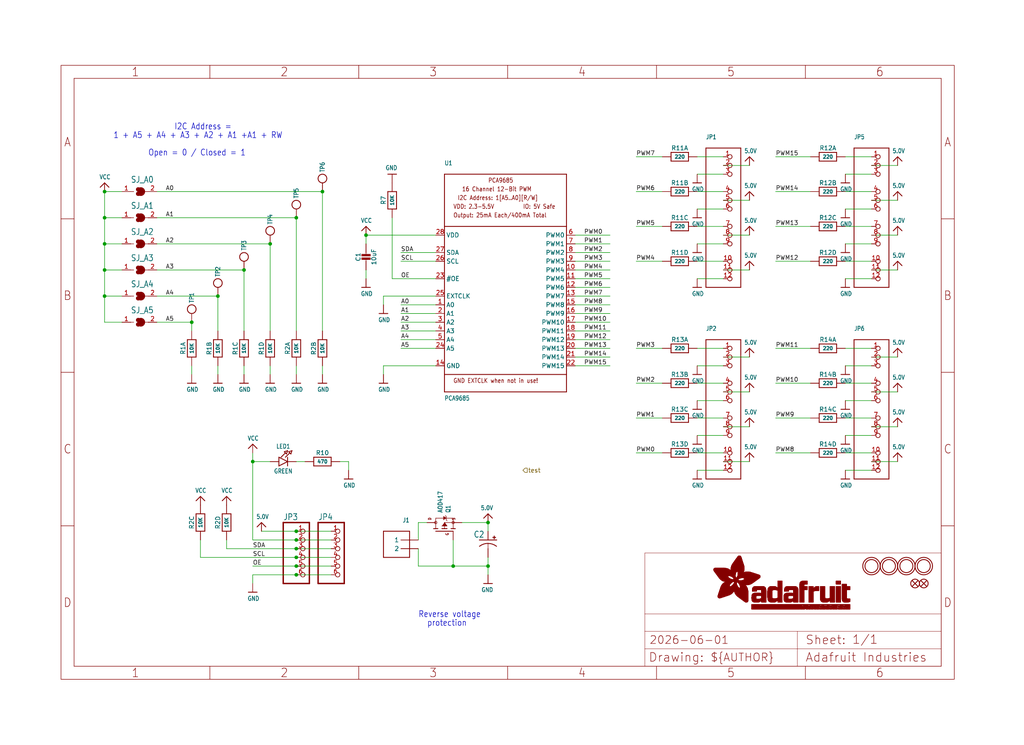
<source format=kicad_sch>
(kicad_sch (version 20230121) (generator eeschema)
  (paper "User" 298.45 217.322)
  (lib_symbols
    (symbol "Adafruit PCA9685 rev C-eagle-import:5.0V" (power)
      (property "Value" "5.0V" (at -1.524 1.016 0))
      (symbol "5.0V_1_0"
        (pin power_in line (at 0 -2.54 90) (length 2.54) (name "5.0V") (number "1"))
      )
    )
    (symbol "Adafruit PCA9685 rev C-eagle-import:CAP_CERAMIC0805-NOOUTLINE"
      (property "Reference" "C" (at -2.29 1.25 90))
      (symbol "CAP_CERAMIC0805-NOOUTLINE_1_0"
        (pin passive line (at 0 5.08 270) (length 2.54) (name "1") (number "1"))
        (pin passive line (at 0 -2.54 90) (length 2.54) (name "2") (number "2"))
      )
    )
    (symbol "Adafruit PCA9685 rev C-eagle-import:CPOL-USE3.5-8"
      (property "Reference" "C" (at 1.016 0.635 0))
      (symbol "CPOL-USE3.5-8_1_0"
        (pin passive line (at 0 2.54 270) (length 2.54) (name "+") (number "+"))
        (pin passive line (at 0 -5.08 90) (length 2.54) (name "-") (number "-"))
      )
    )
    (symbol "Adafruit PCA9685 rev C-eagle-import:FIDUCIAL{dblquote}{dblquote}")
    (symbol "Adafruit PCA9685 rev C-eagle-import:FRAME_A4_ADAFRUIT"
      (symbol "FRAME_A4_ADAFRUIT_1_0"
        (text "${#}/${##}" (at 230.505 10.16 0) (effects (font (size 2.54 2.54)) (justify left bottom)))
        (text "${AUTHOR}" (at 189.23 5.08 0) (effects (font (size 2.286 2.286)) (justify left bottom)))
        (text "${CURRENT_DATE}" (at 171.45 10.16 0) (effects (font (size 2.286 2.286)) (justify left bottom)))
        (text "${PROJECTNAME}" (at 171.45 15.24 0) (effects (font (size 2.54 2.54)) (justify left bottom)))
        (text "1" (at 21.6958 1.905 0) (effects (font (size 2.54 2.286))))
        (text "1" (at 21.6958 177.165 0) (effects (font (size 2.54 2.286))))
        (text "2" (at 65.0875 1.905 0) (effects (font (size 2.54 2.286))))
        (text "2" (at 65.0875 177.165 0) (effects (font (size 2.54 2.286))))
        (text "3" (at 108.4792 1.905 0) (effects (font (size 2.54 2.286))))
        (text "3" (at 108.4792 177.165 0) (effects (font (size 2.54 2.286))))
        (text "4" (at 151.8708 1.905 0) (effects (font (size 2.54 2.286))))
        (text "4" (at 151.8708 177.165 0) (effects (font (size 2.54 2.286))))
        (text "5" (at 195.2625 1.905 0) (effects (font (size 2.54 2.286))))
        (text "5" (at 195.2625 177.165 0) (effects (font (size 2.54 2.286))))
        (text "6" (at 238.6542 1.905 0) (effects (font (size 2.54 2.286))))
        (text "6" (at 238.6542 177.165 0) (effects (font (size 2.54 2.286))))
        (text "A" (at 1.905 156.6863 0) (effects (font (size 2.54 2.286))))
        (text "A" (at 258.445 156.6863 0) (effects (font (size 2.54 2.286))))
        (text "Adafruit Industries" (at 216.916 4.953 0) (effects (font (size 2.54 2.54)) (justify left bottom)))
        (text "B" (at 1.905 111.9188 0) (effects (font (size 2.54 2.286))))
        (text "B" (at 258.445 111.9188 0) (effects (font (size 2.54 2.286))))
        (text "C" (at 1.905 67.1513 0) (effects (font (size 2.54 2.286))))
        (text "C" (at 258.445 67.1513 0) (effects (font (size 2.54 2.286))))
        (text "D" (at 1.905 22.3838 0) (effects (font (size 2.54 2.286))))
        (text "D" (at 258.445 22.3838 0) (effects (font (size 2.54 2.286))))
        (text "Drawing:" (at 171.196 4.953 0) (effects (font (size 2.54 2.54)) (justify left bottom)))
        (text "Sheet:" (at 216.916 10.033 0) (effects (font (size 2.54 2.54)) (justify left bottom)))
      )
    )
    (symbol "Adafruit PCA9685 rev C-eagle-import:GND" (power)
      (property "Value" "GND" (at -1.524 -2.54 0))
      (symbol "GND_1_0"
        (pin power_in line (at 0 2.54 270) (length 2.54) (name "GND") (number "1"))
      )
    )
    (symbol "Adafruit PCA9685 rev C-eagle-import:HEADER-3X04"
      (property "Reference" "JP" (at -5.08 22.86 0))
      (symbol "HEADER-3X04_1_0"
        (pin passive inverted (at 0 17.78 0) (length 2.54) (name "1") (number "1"))
        (pin passive inverted (at 0 -12.7 0) (length 2.54) (name "10") (number "10"))
        (pin passive inverted (at 0 -15.24 0) (length 2.54) (name "11") (number "11"))
        (pin passive inverted (at 0 -17.78 0) (length 2.54) (name "12") (number "12"))
        (pin passive inverted (at 0 15.24 0) (length 2.54) (name "2") (number "2"))
        (pin passive inverted (at 0 12.7 0) (length 2.54) (name "3") (number "3"))
        (pin passive inverted (at 0 7.62 0) (length 2.54) (name "4") (number "4"))
        (pin passive inverted (at 0 5.08 0) (length 2.54) (name "5") (number "5"))
        (pin passive inverted (at 0 2.54 0) (length 2.54) (name "6") (number "6"))
        (pin passive inverted (at 0 -2.54 0) (length 2.54) (name "7") (number "7"))
        (pin passive inverted (at 0 -5.08 0) (length 2.54) (name "8") (number "8"))
        (pin passive inverted (at 0 -7.62 0) (length 2.54) (name "9") (number "9"))
      )
    )
    (symbol "Adafruit PCA9685 rev C-eagle-import:LED0805_NOOUTLINE"
      (property "Reference" "D" (at -1.27 4.445 0))
      (symbol "LED0805_NOOUTLINE_1_0"
        (pin passive line (at -5.08 0 0) (length 2.54) (name "A") (number "A"))
        (pin passive line (at 2.54 0 180) (length 2.54) (name "C") (number "C"))
      )
    )
    (symbol "Adafruit PCA9685 rev C-eagle-import:MOSFET-PTO252"
      (property "Reference" "Q" (at 2.794 0.381 0))
      (symbol "MOSFET-PTO252_1_0"
        (text "D" (at 0.635 -3.81 0) (effects (font (size 0.8128 0.6908)) (justify left bottom)))
        (text "G" (at -3.81 1.27 0) (effects (font (size 0.8128 0.6908)) (justify left bottom)))
        (text "S" (at 0.635 3.175 0) (effects (font (size 0.8128 0.6908)) (justify left bottom)))
        (pin passive line (at -5.08 2.54 0) (length 2.54) (name "G") (number "1"))
        (pin passive line (at 0 5.08 270) (length 2.54) (name "S") (number "2"))
        (pin passive line (at 0 -5.08 90) (length 2.54) (name "D") (number "3"))
      )
    )
    (symbol "Adafruit PCA9685 rev C-eagle-import:MOUNTINGHOLE2.5")
    (symbol "Adafruit PCA9685 rev C-eagle-import:PCA9685"
      (property "Reference" "U" (at -17.78 35.56 0))
      (symbol "PCA9685_1_0"
        (text "16 Channel 12-Bit PWM" (at -12.7 27.94 0) (effects (font (size 1.27 1.0795)) (justify left bottom)))
        (text "GND EXTCLK when not in use!" (at -15.24 -27.94 0) (effects (font (size 1.27 1.0795)) (justify left bottom)))
        (text "I2C Address: 1[A5..A0][R/W]" (at -13.97 25.4 0) (effects (font (size 1.27 1.0795)) (justify left bottom)))
        (text "IO: 5V Safe" (at 5.08 22.86 0) (effects (font (size 1.27 1.0795)) (justify left bottom)))
        (text "Output: 25mA Each/400mA Total" (at -15.24 20.32 0) (effects (font (size 1.27 1.0795)) (justify left bottom)))
        (text "PCA9685" (at -5.08 30.48 0) (effects (font (size 1.27 1.0795)) (justify left bottom)))
        (text "VDD: 2.3-5.5V" (at -15.24 22.86 0) (effects (font (size 1.27 1.0795)) (justify left bottom)))
        (pin bidirectional line (at -20.32 -5.08 0) (length 2.54) (name "A0") (number "1"))
        (pin output line (at 20.32 5.08 180) (length 2.54) (name "PWM4") (number "10"))
        (pin output line (at 20.32 2.54 180) (length 2.54) (name "PWM5") (number "11"))
        (pin output line (at 20.32 0 180) (length 2.54) (name "PWM6") (number "12"))
        (pin output line (at 20.32 -2.54 180) (length 2.54) (name "PWM7") (number "13"))
        (pin power_in line (at -20.32 -22.86 0) (length 2.54) (name "GND") (number "14"))
        (pin output line (at 20.32 -5.08 180) (length 2.54) (name "PWM8") (number "15"))
        (pin output line (at 20.32 -7.62 180) (length 2.54) (name "PWM9") (number "16"))
        (pin output line (at 20.32 -10.16 180) (length 2.54) (name "PWM10") (number "17"))
        (pin output line (at 20.32 -12.7 180) (length 2.54) (name "PWM11") (number "18"))
        (pin output line (at 20.32 -15.24 180) (length 2.54) (name "PWM12") (number "19"))
        (pin bidirectional line (at -20.32 -7.62 0) (length 2.54) (name "A1") (number "2"))
        (pin output line (at 20.32 -17.78 180) (length 2.54) (name "PWM13") (number "20"))
        (pin output line (at 20.32 -20.32 180) (length 2.54) (name "PWM14") (number "21"))
        (pin output line (at 20.32 -22.86 180) (length 2.54) (name "PWM15") (number "22"))
        (pin input line (at -20.32 2.54 0) (length 2.54) (name "#OE") (number "23"))
        (pin bidirectional line (at -20.32 -17.78 0) (length 2.54) (name "A5") (number "24"))
        (pin input line (at -20.32 -2.54 0) (length 2.54) (name "EXTCLK") (number "25"))
        (pin bidirectional line (at -20.32 7.62 0) (length 2.54) (name "SCL") (number "26"))
        (pin bidirectional line (at -20.32 10.16 0) (length 2.54) (name "SDA") (number "27"))
        (pin power_in line (at -20.32 15.24 0) (length 2.54) (name "VDD") (number "28"))
        (pin bidirectional line (at -20.32 -10.16 0) (length 2.54) (name "A2") (number "3"))
        (pin bidirectional line (at -20.32 -12.7 0) (length 2.54) (name "A3") (number "4"))
        (pin bidirectional line (at -20.32 -15.24 0) (length 2.54) (name "A4") (number "5"))
        (pin output line (at 20.32 15.24 180) (length 2.54) (name "PWM0") (number "6"))
        (pin output line (at 20.32 12.7 180) (length 2.54) (name "PWM1") (number "7"))
        (pin output line (at 20.32 10.16 180) (length 2.54) (name "PWM2") (number "8"))
        (pin output line (at 20.32 7.62 180) (length 2.54) (name "PWM3") (number "9"))
      )
    )
    (symbol "Adafruit PCA9685 rev C-eagle-import:PINHD-1X6CB"
      (property "Reference" "JP" (at -6.35 10.795 0))
      (symbol "PINHD-1X6CB_1_0"
        (pin passive inverted (at -2.54 7.62 0) (length 2.54) (name "1") (number "1"))
        (pin passive inverted (at -2.54 5.08 0) (length 2.54) (name "2") (number "2"))
        (pin passive inverted (at -2.54 2.54 0) (length 2.54) (name "3") (number "3"))
        (pin passive inverted (at -2.54 0 0) (length 2.54) (name "4") (number "4"))
        (pin passive inverted (at -2.54 -2.54 0) (length 2.54) (name "5") (number "5"))
        (pin passive inverted (at -2.54 -5.08 0) (length 2.54) (name "6") (number "6"))
      )
    )
    (symbol "Adafruit PCA9685 rev C-eagle-import:RESISTOR0805_NOOUTLINE"
      (property "Reference" "R" (at 0 2.54 0))
      (symbol "RESISTOR0805_NOOUTLINE_1_0"
        (pin passive line (at -5.08 0 0) (length 2.54) (name "1") (number "1"))
        (pin passive line (at 5.08 0 180) (length 2.54) (name "2") (number "2"))
      )
    )
    (symbol "Adafruit PCA9685 rev C-eagle-import:RESISTOR_0805MP"
      (property "Reference" "R" (at 0 2.54 0))
      (symbol "RESISTOR_0805MP_1_0"
        (pin passive line (at -5.08 0 0) (length 2.54) (name "1") (number "1"))
        (pin passive line (at 5.08 0 180) (length 2.54) (name "2") (number "2"))
      )
    )
    (symbol "Adafruit PCA9685 rev C-eagle-import:RESISTOR_4PACK"
      (property "Reference" "R" (at 0 2.54 0))
      (symbol "RESISTOR_4PACK_1_0"
        (pin passive line (at -5.08 0 0) (length 2.54) (name "1") (number "1"))
        (pin passive line (at 5.08 0 180) (length 2.54) (name "2") (number "8"))
      )
      (symbol "RESISTOR_4PACK_2_0"
        (pin passive line (at -5.08 0 0) (length 2.54) (name "1") (number "2"))
        (pin passive line (at 5.08 0 180) (length 2.54) (name "2") (number "7"))
      )
      (symbol "RESISTOR_4PACK_3_0"
        (pin passive line (at -5.08 0 0) (length 2.54) (name "1") (number "3"))
        (pin passive line (at 5.08 0 180) (length 2.54) (name "2") (number "6"))
      )
      (symbol "RESISTOR_4PACK_4_0"
        (pin passive line (at -5.08 0 0) (length 2.54) (name "1") (number "4"))
        (pin passive line (at 5.08 0 180) (length 2.54) (name "2") (number "5"))
      )
    )
    (symbol "Adafruit PCA9685 rev C-eagle-import:SOLDERJUMPERREFLOW_NOPASTE"
      (property "Reference" "SJ" (at -2.54 2.54 0))
      (symbol "SOLDERJUMPERREFLOW_NOPASTE_1_0"
        (pin passive line (at -5.08 0 0) (length 2.54) (name "1") (number "1"))
        (pin passive line (at 5.08 0 180) (length 2.54) (name "2") (number "2"))
      )
    )
    (symbol "Adafruit PCA9685 rev C-eagle-import:TERMBLOCK_1X2"
      (property "Reference" "X" (at -2.54 7.62 0))
      (symbol "TERMBLOCK_1X2_1_0"
        (pin passive line (at -5.08 2.54 0) (length 5.08) (name "1") (number "1"))
        (pin passive line (at -5.08 0 0) (length 5.08) (name "2") (number "2"))
      )
    )
    (symbol "Adafruit PCA9685 rev C-eagle-import:TESTPOINTROUND1MM"
      (property "Reference" "TP" (at 0 5.588 90))
      (symbol "TESTPOINTROUND1MM_1_0"
        (pin bidirectional line (at 0 0 90) (length 2.54) (name "P$1") (number "P$1"))
      )
    )
    (symbol "Adafruit PCA9685 rev C-eagle-import:VCC" (power)
      (property "Value" "VCC" (at -1.524 1.016 0))
      (symbol "VCC_1_0"
        (pin power_in line (at 0 -2.54 90) (length 2.54) (name "VCC") (number "1"))
      )
    )
  )
  (junction (at 86.36 162.56))
  (junction (at 142.24 165.1))
  (junction (at 132.08 165.1))
  (junction (at 71.12 78.74))
  (junction (at 86.36 167.64))
  (junction (at 86.36 157.48))
  (junction (at 78.74 71.12))
  (junction (at 63.5 86.36))
  (junction (at 55.88 93.98))
  (junction (at 30.48 78.74))
  (junction (at 106.68 68.58))
  (junction (at 86.36 165.1))
  (junction (at 30.48 86.36))
  (junction (at 30.48 63.5))
  (junction (at 86.36 63.5))
  (junction (at 142.24 152.4))
  (junction (at 86.36 154.94))
  (junction (at 30.48 71.12))
  (junction (at 73.66 134.62))
  (junction (at 30.48 55.88))
  (junction (at 86.36 160.02))
  (junction (at 93.98 55.88))
  (wire (pts (xy 210.82 48.26) (xy 218.44 48.26)) (stroke (width 0.1524)))
  (wire (pts (xy 254 137.16) (xy 246.38 137.16)) (stroke (width 0.1524)))
  (wire (pts (xy 71.12 78.74) (xy 71.12 96.52)) (stroke (width 0.1524)))
  (wire (pts (xy 127 101.6) (xy 116.84 101.6)) (stroke (width 0.1524)))
  (wire (pts (xy 127 99.06) (xy 116.84 99.06)) (stroke (width 0.1524)))
  (wire (pts (xy 86.36 134.62) (xy 88.9 134.62)) (stroke (width 0.1524)))
  (wire (pts (xy 193.04 121.92) (xy 185.42 121.92)) (stroke (width 0.1524)))
  (wire (pts (xy 203.2 66.04) (xy 210.82 66.04)) (stroke (width 0.1524)))
  (wire (pts (xy 167.64 78.74) (xy 177.8 78.74)) (stroke (width 0.1524)))
  (wire (pts (xy 121.92 165.1) (xy 121.92 160.02)) (stroke (width 0.1524)))
  (wire (pts (xy 167.64 81.28) (xy 177.8 81.28)) (stroke (width 0.1524)))
  (wire (pts (xy 78.74 106.68) (xy 78.74 109.22)) (stroke (width 0.1524)))
  (wire (pts (xy 210.82 116.84) (xy 203.2 116.84)) (stroke (width 0.1524)))
  (wire (pts (xy 193.04 76.2) (xy 185.42 76.2)) (stroke (width 0.1524)))
  (wire (pts (xy 167.64 76.2) (xy 177.8 76.2)) (stroke (width 0.1524)))
  (wire (pts (xy 30.48 86.36) (xy 30.48 78.74)) (stroke (width 0.1524)))
  (wire (pts (xy 254 106.68) (xy 246.38 106.68)) (stroke (width 0.1524)))
  (wire (pts (xy 167.64 93.98) (xy 177.8 93.98)) (stroke (width 0.1524)))
  (wire (pts (xy 35.56 78.74) (xy 30.48 78.74)) (stroke (width 0.1524)))
  (wire (pts (xy 142.24 165.1) (xy 142.24 167.64)) (stroke (width 0.1524)))
  (wire (pts (xy 106.68 68.58) (xy 127 68.58)) (stroke (width 0.1524)))
  (wire (pts (xy 236.22 121.92) (xy 226.06 121.92)) (stroke (width 0.1524)))
  (wire (pts (xy 55.88 93.98) (xy 55.88 96.52)) (stroke (width 0.1524)))
  (wire (pts (xy 73.66 157.48) (xy 73.66 134.62)) (stroke (width 0.1524)))
  (wire (pts (xy 254 68.58) (xy 261.62 68.58)) (stroke (width 0.1524)))
  (wire (pts (xy 193.04 45.72) (xy 185.42 45.72)) (stroke (width 0.1524)))
  (wire (pts (xy 96.52 160.02) (xy 86.36 160.02)) (stroke (width 0.1524)))
  (wire (pts (xy 132.08 157.48) (xy 132.08 165.1)) (stroke (width 0.1524)))
  (wire (pts (xy 127 73.66) (xy 116.84 73.66)) (stroke (width 0.1524)))
  (wire (pts (xy 134.62 152.4) (xy 142.24 152.4)) (stroke (width 0.1524)))
  (wire (pts (xy 55.88 106.68) (xy 55.88 109.22)) (stroke (width 0.1524)))
  (wire (pts (xy 142.24 152.4) (xy 142.24 154.94)) (stroke (width 0.1524)))
  (wire (pts (xy 167.64 101.6) (xy 177.8 101.6)) (stroke (width 0.1524)))
  (wire (pts (xy 254 78.74) (xy 261.62 78.74)) (stroke (width 0.1524)))
  (wire (pts (xy 246.38 111.76) (xy 254 111.76)) (stroke (width 0.1524)))
  (wire (pts (xy 210.82 104.14) (xy 218.44 104.14)) (stroke (width 0.1524)))
  (wire (pts (xy 246.38 66.04) (xy 254 66.04)) (stroke (width 0.1524)))
  (wire (pts (xy 167.64 68.58) (xy 177.8 68.58)) (stroke (width 0.1524)))
  (wire (pts (xy 127 96.52) (xy 116.84 96.52)) (stroke (width 0.1524)))
  (wire (pts (xy 96.52 167.64) (xy 86.36 167.64)) (stroke (width 0.1524)))
  (wire (pts (xy 96.52 157.48) (xy 86.36 157.48)) (stroke (width 0.1524)))
  (wire (pts (xy 142.24 165.1) (xy 132.08 165.1)) (stroke (width 0.1524)))
  (wire (pts (xy 246.38 45.72) (xy 254 45.72)) (stroke (width 0.1524)))
  (wire (pts (xy 167.64 86.36) (xy 177.8 86.36)) (stroke (width 0.1524)))
  (wire (pts (xy 210.82 50.8) (xy 203.2 50.8)) (stroke (width 0.1524)))
  (wire (pts (xy 254 58.42) (xy 261.62 58.42)) (stroke (width 0.1524)))
  (wire (pts (xy 203.2 121.92) (xy 210.82 121.92)) (stroke (width 0.1524)))
  (wire (pts (xy 114.3 81.28) (xy 114.3 63.5)) (stroke (width 0.1524)))
  (wire (pts (xy 93.98 55.88) (xy 93.98 96.52)) (stroke (width 0.1524)))
  (wire (pts (xy 111.76 106.68) (xy 111.76 109.22)) (stroke (width 0.1524)))
  (wire (pts (xy 236.22 45.72) (xy 226.06 45.72)) (stroke (width 0.1524)))
  (wire (pts (xy 185.42 55.88) (xy 193.04 55.88)) (stroke (width 0.1524)))
  (wire (pts (xy 210.82 58.42) (xy 218.44 58.42)) (stroke (width 0.1524)))
  (wire (pts (xy 96.52 162.56) (xy 86.36 162.56)) (stroke (width 0.1524)))
  (wire (pts (xy 86.36 63.5) (xy 86.36 96.52)) (stroke (width 0.1524)))
  (wire (pts (xy 210.82 106.68) (xy 203.2 106.68)) (stroke (width 0.1524)))
  (wire (pts (xy 30.48 93.98) (xy 30.48 86.36)) (stroke (width 0.1524)))
  (wire (pts (xy 254 114.3) (xy 261.62 114.3)) (stroke (width 0.1524)))
  (wire (pts (xy 45.72 78.74) (xy 71.12 78.74)) (stroke (width 0.1524)))
  (wire (pts (xy 106.68 78.74) (xy 106.68 81.28)) (stroke (width 0.1524)))
  (wire (pts (xy 210.82 124.46) (xy 218.44 124.46)) (stroke (width 0.1524)))
  (wire (pts (xy 167.64 96.52) (xy 177.8 96.52)) (stroke (width 0.1524)))
  (wire (pts (xy 66.04 160.02) (xy 66.04 157.48)) (stroke (width 0.1524)))
  (wire (pts (xy 127 93.98) (xy 116.84 93.98)) (stroke (width 0.1524)))
  (wire (pts (xy 86.36 154.94) (xy 96.52 154.94)) (stroke (width 0.1524)))
  (wire (pts (xy 193.04 66.04) (xy 185.42 66.04)) (stroke (width 0.1524)))
  (wire (pts (xy 203.2 76.2) (xy 210.82 76.2)) (stroke (width 0.1524)))
  (wire (pts (xy 203.2 55.88) (xy 210.82 55.88)) (stroke (width 0.1524)))
  (wire (pts (xy 35.56 63.5) (xy 30.48 63.5)) (stroke (width 0.1524)))
  (wire (pts (xy 76.2 154.94) (xy 86.36 154.94)) (stroke (width 0.1524)))
  (wire (pts (xy 35.56 55.88) (xy 30.48 55.88)) (stroke (width 0.1524)))
  (wire (pts (xy 73.66 167.64) (xy 73.66 170.18)) (stroke (width 0.1524)))
  (wire (pts (xy 210.82 81.28) (xy 203.2 81.28)) (stroke (width 0.1524)))
  (wire (pts (xy 86.36 162.56) (xy 58.42 162.56)) (stroke (width 0.1524)))
  (wire (pts (xy 30.48 78.74) (xy 30.48 71.12)) (stroke (width 0.1524)))
  (wire (pts (xy 210.82 114.3) (xy 218.44 114.3)) (stroke (width 0.1524)))
  (wire (pts (xy 246.38 55.88) (xy 254 55.88)) (stroke (width 0.1524)))
  (wire (pts (xy 73.66 134.62) (xy 73.66 132.08)) (stroke (width 0.1524)))
  (wire (pts (xy 246.38 132.08) (xy 254 132.08)) (stroke (width 0.1524)))
  (wire (pts (xy 254 127) (xy 246.38 127)) (stroke (width 0.1524)))
  (wire (pts (xy 203.2 45.72) (xy 210.82 45.72)) (stroke (width 0.1524)))
  (wire (pts (xy 30.48 71.12) (xy 30.48 63.5)) (stroke (width 0.1524)))
  (wire (pts (xy 210.82 137.16) (xy 203.2 137.16)) (stroke (width 0.1524)))
  (wire (pts (xy 210.82 68.58) (xy 218.44 68.58)) (stroke (width 0.1524)))
  (wire (pts (xy 210.82 78.74) (xy 218.44 78.74)) (stroke (width 0.1524)))
  (wire (pts (xy 121.92 152.4) (xy 121.92 157.48)) (stroke (width 0.1524)))
  (wire (pts (xy 78.74 71.12) (xy 78.74 96.52)) (stroke (width 0.1524)))
  (wire (pts (xy 254 50.8) (xy 246.38 50.8)) (stroke (width 0.1524)))
  (wire (pts (xy 236.22 55.88) (xy 226.06 55.88)) (stroke (width 0.1524)))
  (wire (pts (xy 254 134.62) (xy 261.62 134.62)) (stroke (width 0.1524)))
  (wire (pts (xy 45.72 71.12) (xy 78.74 71.12)) (stroke (width 0.1524)))
  (wire (pts (xy 167.64 71.12) (xy 177.8 71.12)) (stroke (width 0.1524)))
  (wire (pts (xy 193.04 111.76) (xy 185.42 111.76)) (stroke (width 0.1524)))
  (wire (pts (xy 167.64 106.68) (xy 177.8 106.68)) (stroke (width 0.1524)))
  (wire (pts (xy 127 81.28) (xy 114.3 81.28)) (stroke (width 0.1524)))
  (wire (pts (xy 254 124.46) (xy 261.62 124.46)) (stroke (width 0.1524)))
  (wire (pts (xy 203.2 101.6) (xy 210.82 101.6)) (stroke (width 0.1524)))
  (wire (pts (xy 167.64 83.82) (xy 177.8 83.82)) (stroke (width 0.1524)))
  (wire (pts (xy 45.72 55.88) (xy 93.98 55.88)) (stroke (width 0.1524)))
  (wire (pts (xy 246.38 101.6) (xy 254 101.6)) (stroke (width 0.1524)))
  (wire (pts (xy 127 91.44) (xy 116.84 91.44)) (stroke (width 0.1524)))
  (wire (pts (xy 203.2 132.08) (xy 210.82 132.08)) (stroke (width 0.1524)))
  (wire (pts (xy 86.36 165.1) (xy 73.66 165.1)) (stroke (width 0.1524)))
  (wire (pts (xy 210.82 60.96) (xy 203.2 60.96)) (stroke (width 0.1524)))
  (wire (pts (xy 127 106.68) (xy 111.76 106.68)) (stroke (width 0.1524)))
  (wire (pts (xy 236.22 132.08) (xy 226.06 132.08)) (stroke (width 0.1524)))
  (wire (pts (xy 111.76 86.36) (xy 111.76 88.9)) (stroke (width 0.1524)))
  (wire (pts (xy 203.2 111.76) (xy 210.82 111.76)) (stroke (width 0.1524)))
  (wire (pts (xy 193.04 132.08) (xy 185.42 132.08)) (stroke (width 0.1524)))
  (wire (pts (xy 71.12 106.68) (xy 71.12 109.22)) (stroke (width 0.1524)))
  (wire (pts (xy 254 81.28) (xy 246.38 81.28)) (stroke (width 0.1524)))
  (wire (pts (xy 254 60.96) (xy 246.38 60.96)) (stroke (width 0.1524)))
  (wire (pts (xy 96.52 165.1) (xy 86.36 165.1)) (stroke (width 0.1524)))
  (wire (pts (xy 73.66 134.62) (xy 78.74 134.62)) (stroke (width 0.1524)))
  (wire (pts (xy 45.72 63.5) (xy 86.36 63.5)) (stroke (width 0.1524)))
  (wire (pts (xy 193.04 101.6) (xy 185.42 101.6)) (stroke (width 0.1524)))
  (wire (pts (xy 127 88.9) (xy 116.84 88.9)) (stroke (width 0.1524)))
  (wire (pts (xy 167.64 88.9) (xy 177.8 88.9)) (stroke (width 0.1524)))
  (wire (pts (xy 99.06 134.62) (xy 101.6 134.62)) (stroke (width 0.1524)))
  (wire (pts (xy 86.36 167.64) (xy 73.66 167.64)) (stroke (width 0.1524)))
  (wire (pts (xy 132.08 165.1) (xy 121.92 165.1)) (stroke (width 0.1524)))
  (wire (pts (xy 210.82 127) (xy 203.2 127)) (stroke (width 0.1524)))
  (wire (pts (xy 127 86.36) (xy 111.76 86.36)) (stroke (width 0.1524)))
  (wire (pts (xy 254 116.84) (xy 246.38 116.84)) (stroke (width 0.1524)))
  (wire (pts (xy 167.64 104.14) (xy 177.8 104.14)) (stroke (width 0.1524)))
  (wire (pts (xy 236.22 76.2) (xy 226.06 76.2)) (stroke (width 0.1524)))
  (wire (pts (xy 167.64 73.66) (xy 177.8 73.66)) (stroke (width 0.1524)))
  (wire (pts (xy 30.48 63.5) (xy 30.48 55.88)) (stroke (width 0.1524)))
  (wire (pts (xy 35.56 93.98) (xy 30.48 93.98)) (stroke (width 0.1524)))
  (wire (pts (xy 63.5 106.68) (xy 63.5 109.22)) (stroke (width 0.1524)))
  (wire (pts (xy 142.24 162.56) (xy 142.24 165.1)) (stroke (width 0.1524)))
  (wire (pts (xy 86.36 106.68) (xy 86.36 109.22)) (stroke (width 0.1524)))
  (wire (pts (xy 236.22 101.6) (xy 226.06 101.6)) (stroke (width 0.1524)))
  (wire (pts (xy 127 76.2) (xy 116.84 76.2)) (stroke (width 0.1524)))
  (wire (pts (xy 86.36 157.48) (xy 73.66 157.48)) (stroke (width 0.1524)))
  (wire (pts (xy 254 48.26) (xy 261.62 48.26)) (stroke (width 0.1524)))
  (wire (pts (xy 246.38 121.92) (xy 254 121.92)) (stroke (width 0.1524)))
  (wire (pts (xy 101.6 134.62) (xy 101.6 137.16)) (stroke (width 0.1524)))
  (wire (pts (xy 86.36 160.02) (xy 66.04 160.02)) (stroke (width 0.1524)))
  (wire (pts (xy 254 71.12) (xy 246.38 71.12)) (stroke (width 0.1524)))
  (wire (pts (xy 106.68 68.58) (xy 106.68 71.12)) (stroke (width 0.1524)))
  (wire (pts (xy 236.22 111.76) (xy 226.06 111.76)) (stroke (width 0.1524)))
  (wire (pts (xy 167.64 99.06) (xy 177.8 99.06)) (stroke (width 0.1524)))
  (wire (pts (xy 93.98 106.68) (xy 93.98 109.22)) (stroke (width 0.1524)))
  (wire (pts (xy 236.22 66.04) (xy 226.06 66.04)) (stroke (width 0.1524)))
  (wire (pts (xy 63.5 86.36) (xy 63.5 96.52)) (stroke (width 0.1524)))
  (wire (pts (xy 124.46 152.4) (xy 121.92 152.4)) (stroke (width 0.1524)))
  (wire (pts (xy 167.64 91.44) (xy 177.8 91.44)) (stroke (width 0.1524)))
  (wire (pts (xy 45.72 93.98) (xy 55.88 93.98)) (stroke (width 0.1524)))
  (wire (pts (xy 210.82 134.62) (xy 218.44 134.62)) (stroke (width 0.1524)))
  (wire (pts (xy 35.56 71.12) (xy 30.48 71.12)) (stroke (width 0.1524)))
  (wire (pts (xy 58.42 162.56) (xy 58.42 157.48)) (stroke (width 0.1524)))
  (wire (pts (xy 35.56 86.36) (xy 30.48 86.36)) (stroke (width 0.1524)))
  (wire (pts (xy 210.82 71.12) (xy 203.2 71.12)) (stroke (width 0.1524)))
  (wire (pts (xy 254 104.14) (xy 261.62 104.14)) (stroke (width 0.1524)))
  (wire (pts (xy 246.38 76.2) (xy 254 76.2)) (stroke (width 0.1524)))
  (wire (pts (xy 45.72 86.36) (xy 63.5 86.36)) (stroke (width 0.1524)))
  (text "I2C Address =" (at 50.8 38.1 0) (effects (font (size 1.778 1.5113)) (justify left bottom)))
  (text "Reverse voltage" (at 121.92 180.34 0) (effects (font (size 1.778 1.5113)) (justify left bottom)))
  (text "Open = 0 / Closed = 1" (at 43.18 45.72 0) (effects (font (size 1.778 1.5113)) (justify left bottom)))
  (text "1 + A5 + A4 + A3 + A2 + A1 +A1 + RW" (at 33.02 40.64 0) (effects (font (size 1.778 1.5113)) (justify left bottom)))
  (text "protection" (at 124.46 182.88 0) (effects (font (size 1.778 1.5113)) (justify left bottom)))
  (label "PWM7" (at 170.18 86.36 0) (effects (font (size 1.2446 1.2446))))
  (label "PWM8" (at 226.06 132.08 0) (effects (font (size 1.2446 1.2446))))
  (label "PWM6" (at 170.18 83.82 0) (effects (font (size 1.2446 1.2446))))
  (label "A4" (at 116.84 99.06 0) (effects (font (size 1.2446 1.2446))))
  (label "A1" (at 116.84 91.44 0) (effects (font (size 1.2446 1.2446))))
  (label "PWM7" (at 185.42 45.72 0) (effects (font (size 1.2446 1.2446))))
  (label "A0" (at 48.26 55.88 0) (effects (font (size 1.2446 1.2446))))
  (label "PWM6" (at 185.42 55.88 0) (effects (font (size 1.2446 1.2446))))
  (label "SCL" (at 116.84 76.2 0) (effects (font (size 1.2446 1.2446))))
  (label "PWM9" (at 170.18 91.44 0) (effects (font (size 1.2446 1.2446))))
  (label "SDA" (at 116.84 73.66 0) (effects (font (size 1.2446 1.2446))))
  (label "SCL" (at 73.66 162.56 0) (effects (font (size 1.2446 1.2446))))
  (label "PWM10" (at 170.18 93.98 0) (effects (font (size 1.2446 1.2446))))
  (label "A3" (at 116.84 96.52 0) (effects (font (size 1.2446 1.2446))))
  (label "PWM5" (at 170.18 81.28 0) (effects (font (size 1.2446 1.2446))))
  (label "PWM5" (at 185.42 66.04 0) (effects (font (size 1.2446 1.2446))))
  (label "A4" (at 48.26 86.36 0) (effects (font (size 1.2446 1.2446))))
  (label "PWM3" (at 185.42 101.6 0) (effects (font (size 1.2446 1.2446))))
  (label "PWM2" (at 185.42 111.76 0) (effects (font (size 1.2446 1.2446))))
  (label "A5" (at 48.26 93.98 0) (effects (font (size 1.2446 1.2446))))
  (label "A1" (at 48.26 63.5 0) (effects (font (size 1.2446 1.2446))))
  (label "PWM15" (at 170.18 106.68 0) (effects (font (size 1.2446 1.2446))))
  (label "PWM14" (at 226.06 55.88 0) (effects (font (size 1.2446 1.2446))))
  (label "PWM0" (at 185.42 132.08 0) (effects (font (size 1.2446 1.2446))))
  (label "OE" (at 73.66 165.1 0) (effects (font (size 1.2446 1.2446))))
  (label "PWM0" (at 170.18 68.58 0) (effects (font (size 1.2446 1.2446))))
  (label "PWM4" (at 170.18 78.74 0) (effects (font (size 1.2446 1.2446))))
  (label "PWM12" (at 226.06 76.2 0) (effects (font (size 1.2446 1.2446))))
  (label "SDA" (at 73.66 160.02 0) (effects (font (size 1.2446 1.2446))))
  (label "PWM11" (at 170.18 96.52 0) (effects (font (size 1.2446 1.2446))))
  (label "PWM13" (at 226.06 66.04 0) (effects (font (size 1.2446 1.2446))))
  (label "PWM12" (at 170.18 99.06 0) (effects (font (size 1.2446 1.2446))))
  (label "A2" (at 48.26 71.12 0) (effects (font (size 1.2446 1.2446))))
  (label "PWM9" (at 226.06 121.92 0) (effects (font (size 1.2446 1.2446))))
  (label "A5" (at 116.84 101.6 0) (effects (font (size 1.2446 1.2446))))
  (label "A2" (at 116.84 93.98 0) (effects (font (size 1.2446 1.2446))))
  (label "PWM2" (at 170.18 73.66 0) (effects (font (size 1.2446 1.2446))))
  (label "PWM1" (at 170.18 71.12 0) (effects (font (size 1.2446 1.2446))))
  (label "OE" (at 116.84 81.28 0) (effects (font (size 1.2446 1.2446))))
  (label "PWM1" (at 185.42 121.92 0) (effects (font (size 1.2446 1.2446))))
  (label "PWM13" (at 170.18 101.6 0) (effects (font (size 1.2446 1.2446))))
  (label "PWM14" (at 170.18 104.14 0) (effects (font (size 1.2446 1.2446))))
  (label "PWM4" (at 185.42 76.2 0) (effects (font (size 1.2446 1.2446))))
  (label "A0" (at 116.84 88.9 0) (effects (font (size 1.2446 1.2446))))
  (label "PWM15" (at 226.06 45.72 0) (effects (font (size 1.2446 1.2446))))
  (label "PWM11" (at 226.06 101.6 0) (effects (font (size 1.2446 1.2446))))
  (label "A3" (at 48.26 78.74 0) (effects (font (size 1.2446 1.2446))))
  (label "PWM10" (at 226.06 111.76 0) (effects (font (size 1.2446 1.2446))))
  (label "PWM8" (at 170.18 88.9 0) (effects (font (size 1.2446 1.2446))))
  (label "PWM3" (at 170.18 76.2 0) (effects (font (size 1.2446 1.2446))))
  (hierarchical_label "test" (shape input) (at 152.4 137.16 0))
  (symbol (lib_id "Adafruit PCA9685 rev C-eagle-import:SOLDERJUMPERREFLOW_NOPASTE") (at 40.64 55.88 0) (unit 1)
    (property "Reference" "SJ_A0" (at 38.1 53.34 0) (effects (font (size 1.778 1.5113)) (justify left bottom)))
    (property "Value" "SOLDERJUMPERREFLOW_NOPASTE" (effects hide))
    (property "Footprint" "Adafruit PCA9685 rev C:SOLDERJUMPER_REFLOW_NOPASTE" (effects hide))
  )
  (symbol (lib_id "Adafruit PCA9685 rev C-eagle-import:VCC") (at 106.68 66.04 0) (unit 1)
    (property "Reference" "#P+7" (effects hide))
    (property "Value" "VCC" (at 105.156 65.024 0) (effects (font (size 1.27 1.0795)) (justify left bottom)))
  )
  (symbol (lib_id "Adafruit PCA9685 rev C-eagle-import:RESISTOR_4PACK") (at 198.12 66.04 0) (unit 3)
    (property "Reference" "R11" (at 198.12 63.5 0))
    (property "Value" "220" (at 198.12 66.04 0) (effects (font (size 1.016 1.016) bold)))
    (property "Footprint" "Adafruit PCA9685 rev C:RESPACK_4X0603" (effects hide))
  )
  (symbol (lib_id "Adafruit PCA9685 rev C-eagle-import:GND") (at 111.76 91.44 0) (unit 1)
    (property "Reference" "#U$34" (effects hide))
    (property "Value" "GND" (at 110.236 93.98 0) (effects (font (size 1.27 1.0795)) (justify left bottom)))
  )
  (symbol (lib_id "Adafruit PCA9685 rev C-eagle-import:HEADER-3X04") (at 210.82 119.38 0) (unit 1)
    (property "Reference" "JP2" (at 205.74 96.52 0) (effects (font (size 1.27 1.0795)) (justify left bottom)))
    (property "Value" "HEADER-3X04" (effects hide))
    (property "Footprint" "Adafruit PCA9685 rev C:3X04" (effects hide))
  )
  (symbol (lib_id "Adafruit PCA9685 rev C-eagle-import:RESISTOR_4PACK") (at 198.12 45.72 0) (unit 1)
    (property "Reference" "R11" (at 198.12 43.18 0))
    (property "Value" "220" (at 198.12 45.72 0) (effects (font (size 1.016 1.016) bold)))
    (property "Footprint" "Adafruit PCA9685 rev C:RESPACK_4X0603" (effects hide))
  )
  (symbol (lib_id "Adafruit PCA9685 rev C-eagle-import:MOUNTINGHOLE2.5") (at 254 165.1 0) (unit 1)
    (property "Reference" "U$50" (effects hide))
    (property "Value" "MOUNTINGHOLE2.5" (effects hide))
    (property "Footprint" "Adafruit PCA9685 rev C:MOUNTINGHOLE_2.5_PLATED" (effects hide))
  )
  (symbol (lib_id "Adafruit PCA9685 rev C-eagle-import:5.0V") (at 261.62 111.76 0) (unit 1)
    (property "Reference" "#U$15" (effects hide))
    (property "Value" "5.0V" (at 260.096 110.744 0) (effects (font (size 1.27 1.0795)) (justify left bottom)))
  )
  (symbol (lib_id "Adafruit PCA9685 rev C-eagle-import:5.0V") (at 261.62 45.72 0) (unit 1)
    (property "Reference" "#U$10" (effects hide))
    (property "Value" "5.0V" (at 260.096 44.704 0) (effects (font (size 1.27 1.0795)) (justify left bottom)))
  )
  (symbol (lib_id "Adafruit PCA9685 rev C-eagle-import:RESISTOR_4PACK") (at 86.36 101.6 90) (unit 1)
    (property "Reference" "R2" (at 83.82 101.6 0))
    (property "Value" "10K" (at 86.36 101.6 0) (effects (font (size 1.016 1.016) bold)))
    (property "Footprint" "Adafruit PCA9685 rev C:RESPACK_4X0603" (effects hide))
  )
  (symbol (lib_id "Adafruit PCA9685 rev C-eagle-import:RESISTOR_4PACK") (at 198.12 55.88 0) (unit 2)
    (property "Reference" "R11" (at 198.12 53.34 0))
    (property "Value" "220" (at 198.12 55.88 0) (effects (font (size 1.016 1.016) bold)))
    (property "Footprint" "Adafruit PCA9685 rev C:RESPACK_4X0603" (effects hide))
  )
  (symbol (lib_id "Adafruit PCA9685 rev C-eagle-import:5.0V") (at 261.62 76.2 0) (unit 1)
    (property "Reference" "#U$13" (effects hide))
    (property "Value" "5.0V" (at 260.096 75.184 0) (effects (font (size 1.27 1.0795)) (justify left bottom)))
  )
  (symbol (lib_id "Adafruit PCA9685 rev C-eagle-import:GND") (at 246.38 119.38 0) (unit 1)
    (property "Reference" "#U$26" (effects hide))
    (property "Value" "GND" (at 244.856 121.92 0) (effects (font (size 1.27 1.0795)) (justify left bottom)))
  )
  (symbol (lib_id "Adafruit PCA9685 rev C-eagle-import:HEADER-3X04") (at 254 119.38 0) (unit 1)
    (property "Reference" "JP6" (at 248.92 96.52 0) (effects (font (size 1.27 1.0795)) (justify left bottom)))
    (property "Value" "HEADER-3X04" (effects hide))
    (property "Footprint" "Adafruit PCA9685 rev C:3X04" (effects hide))
  )
  (symbol (lib_id "Adafruit PCA9685 rev C-eagle-import:GND") (at 203.2 63.5 0) (unit 1)
    (property "Reference" "#U$19" (effects hide))
    (property "Value" "GND" (at 201.676 66.04 0) (effects (font (size 1.27 1.0795)) (justify left bottom)))
  )
  (symbol (lib_id "Adafruit PCA9685 rev C-eagle-import:GND") (at 114.3 50.8 180) (unit 1)
    (property "Reference" "#U$52" (effects hide))
    (property "Value" "GND" (at 115.824 48.26 0) (effects (font (size 1.27 1.0795)) (justify left bottom)))
  )
  (symbol (lib_id "Adafruit PCA9685 rev C-eagle-import:5.0V") (at 218.44 66.04 0) (unit 1)
    (property "Reference" "#U$4" (effects hide))
    (property "Value" "5.0V" (at 216.916 65.024 0) (effects (font (size 1.27 1.0795)) (justify left bottom)))
  )
  (symbol (lib_id "Adafruit PCA9685 rev C-eagle-import:GND") (at 246.38 73.66 0) (unit 1)
    (property "Reference" "#U$29" (effects hide))
    (property "Value" "GND" (at 244.856 76.2 0) (effects (font (size 1.27 1.0795)) (justify left bottom)))
  )
  (symbol (lib_id "Adafruit PCA9685 rev C-eagle-import:RESISTOR_4PACK") (at 71.12 101.6 90) (unit 3)
    (property "Reference" "R1" (at 68.58 101.6 0))
    (property "Value" "10K" (at 71.12 101.6 0) (effects (font (size 1.016 1.016) bold)))
    (property "Footprint" "Adafruit PCA9685 rev C:RESPACK_4X0603" (effects hide))
  )
  (symbol (lib_id "Adafruit PCA9685 rev C-eagle-import:CPOL-USE3.5-8") (at 142.24 157.48 0) (mirror y) (unit 1)
    (property "Reference" "C2" (at 141.224 156.845 0) (effects (font (size 1.778 1.5113)) (justify left bottom)))
    (property "Value" "CPOL-USE3.5-8" (effects hide))
    (property "Footprint" "Adafruit PCA9685 rev C:E3,5-8" (effects hide))
  )
  (symbol (lib_id "Adafruit PCA9685 rev C-eagle-import:5.0V") (at 218.44 55.88 0) (unit 1)
    (property "Reference" "#U$3" (effects hide))
    (property "Value" "5.0V" (at 216.916 54.864 0) (effects (font (size 1.27 1.0795)) (justify left bottom)))
  )
  (symbol (lib_id "Adafruit PCA9685 rev C-eagle-import:RESISTOR_4PACK") (at 66.04 152.4 90) (unit 4)
    (property "Reference" "R2" (at 63.5 152.4 0))
    (property "Value" "10K" (at 66.04 152.4 0) (effects (font (size 1.016 1.016) bold)))
    (property "Footprint" "Adafruit PCA9685 rev C:RESPACK_4X0603" (effects hide))
  )
  (symbol (lib_id "Adafruit PCA9685 rev C-eagle-import:RESISTOR_4PACK") (at 241.3 76.2 0) (unit 4)
    (property "Reference" "R12" (at 241.3 73.66 0))
    (property "Value" "220" (at 241.3 76.2 0) (effects (font (size 1.016 1.016) bold)))
    (property "Footprint" "Adafruit PCA9685 rev C:RESPACK_4X0603" (effects hide))
  )
  (symbol (lib_id "Adafruit PCA9685 rev C-eagle-import:RESISTOR_4PACK") (at 198.12 111.76 0) (unit 2)
    (property "Reference" "R13" (at 198.12 109.22 0))
    (property "Value" "220" (at 198.12 111.76 0) (effects (font (size 1.016 1.016) bold)))
    (property "Footprint" "Adafruit PCA9685 rev C:RESPACK_4X0603" (effects hide))
  )
  (symbol (lib_id "Adafruit PCA9685 rev C-eagle-import:5.0V") (at 218.44 101.6 0) (unit 1)
    (property "Reference" "#U$6" (effects hide))
    (property "Value" "5.0V" (at 216.916 100.584 0) (effects (font (size 1.27 1.0795)) (justify left bottom)))
  )
  (symbol (lib_id "Adafruit PCA9685 rev C-eagle-import:CAP_CERAMIC0805-NOOUTLINE") (at 106.68 76.2 0) (unit 1)
    (property "Reference" "C1" (at 104.39 74.95 90))
    (property "Value" "10uF" (at 108.98 74.95 90))
    (property "Footprint" "Adafruit PCA9685 rev C:0805-NO" (effects hide))
  )
  (symbol (lib_id "Adafruit PCA9685 rev C-eagle-import:GND") (at 63.5 111.76 0) (unit 1)
    (property "Reference" "#U$37" (effects hide))
    (property "Value" "GND" (at 61.976 114.3 0) (effects (font (size 1.27 1.0795)) (justify left bottom)))
  )
  (symbol (lib_id "Adafruit PCA9685 rev C-eagle-import:GND") (at 93.98 111.76 0) (unit 1)
    (property "Reference" "#U$41" (effects hide))
    (property "Value" "GND" (at 92.456 114.3 0) (effects (font (size 1.27 1.0795)) (justify left bottom)))
  )
  (symbol (lib_id "Adafruit PCA9685 rev C-eagle-import:VCC") (at 58.42 144.78 0) (unit 1)
    (property "Reference" "#P+11" (effects hide))
    (property "Value" "VCC" (at 56.896 143.764 0) (effects (font (size 1.27 1.0795)) (justify left bottom)))
  )
  (symbol (lib_id "Adafruit PCA9685 rev C-eagle-import:RESISTOR_4PACK") (at 198.12 132.08 0) (unit 4)
    (property "Reference" "R13" (at 198.12 129.54 0))
    (property "Value" "220" (at 198.12 132.08 0) (effects (font (size 1.016 1.016) bold)))
    (property "Footprint" "Adafruit PCA9685 rev C:RESPACK_4X0603" (effects hide))
  )
  (symbol (lib_id "Adafruit PCA9685 rev C-eagle-import:5.0V") (at 218.44 45.72 0) (unit 1)
    (property "Reference" "#U$2" (effects hide))
    (property "Value" "5.0V" (at 216.916 44.704 0) (effects (font (size 1.27 1.0795)) (justify left bottom)))
  )
  (symbol (lib_id "Adafruit PCA9685 rev C-eagle-import:FIDUCIAL{dblquote}{dblquote}") (at 269.24 170.18 0) (unit 1)
    (property "Reference" "FID1" (effects hide))
    (property "Value" "FIDUCIAL{dblquote}{dblquote}" (effects hide))
    (property "Footprint" "Adafruit PCA9685 rev C:FIDUCIAL_1MM" (effects hide))
  )
  (symbol (lib_id "Adafruit PCA9685 rev C-eagle-import:VCC") (at 66.04 144.78 0) (unit 1)
    (property "Reference" "#P+10" (effects hide))
    (property "Value" "VCC" (at 64.516 143.764 0) (effects (font (size 1.27 1.0795)) (justify left bottom)))
  )
  (symbol (lib_id "Adafruit PCA9685 rev C-eagle-import:RESISTOR_4PACK") (at 241.3 121.92 0) (unit 3)
    (property "Reference" "R14" (at 241.3 119.38 0))
    (property "Value" "220" (at 241.3 121.92 0) (effects (font (size 1.016 1.016) bold)))
    (property "Footprint" "Adafruit PCA9685 rev C:RESPACK_4X0603" (effects hide))
  )
  (symbol (lib_id "Adafruit PCA9685 rev C-eagle-import:5.0V") (at 261.62 55.88 0) (unit 1)
    (property "Reference" "#U$11" (effects hide))
    (property "Value" "5.0V" (at 260.096 54.864 0) (effects (font (size 1.27 1.0795)) (justify left bottom)))
  )
  (symbol (lib_id "Adafruit PCA9685 rev C-eagle-import:RESISTOR_4PACK") (at 58.42 152.4 90) (unit 3)
    (property "Reference" "R2" (at 55.88 152.4 0))
    (property "Value" "10K" (at 58.42 152.4 0) (effects (font (size 1.016 1.016) bold)))
    (property "Footprint" "Adafruit PCA9685 rev C:RESPACK_4X0603" (effects hide))
  )
  (symbol (lib_id "Adafruit PCA9685 rev C-eagle-import:MOSFET-PTO252") (at 129.54 152.4 270) (mirror x) (unit 1)
    (property "Reference" "Q1" (at 129.921 149.606 0) (effects (font (size 1.27 1.0795)) (justify left bottom)))
    (property "Value" "AOD417" (at 127.635 149.606 0) (effects (font (size 1.27 1.0795)) (justify left bottom)))
    (property "Footprint" "Adafruit PCA9685 rev C:TO252" (effects hide))
  )
  (symbol (lib_id "Adafruit PCA9685 rev C-eagle-import:MOUNTINGHOLE2.5") (at 264.16 165.1 0) (unit 1)
    (property "Reference" "U$48" (effects hide))
    (property "Value" "MOUNTINGHOLE2.5" (effects hide))
    (property "Footprint" "Adafruit PCA9685 rev C:MOUNTINGHOLE_2.5_PLATED" (effects hide))
  )
  (symbol (lib_id "Adafruit PCA9685 rev C-eagle-import:GND") (at 55.88 111.76 0) (unit 1)
    (property "Reference" "#U$36" (effects hide))
    (property "Value" "GND" (at 54.356 114.3 0) (effects (font (size 1.27 1.0795)) (justify left bottom)))
  )
  (symbol (lib_id "Adafruit PCA9685 rev C-eagle-import:SOLDERJUMPERREFLOW_NOPASTE") (at 40.64 71.12 0) (unit 1)
    (property "Reference" "SJ_A2" (at 38.1 68.58 0) (effects (font (size 1.778 1.5113)) (justify left bottom)))
    (property "Value" "SOLDERJUMPERREFLOW_NOPASTE" (effects hide))
    (property "Footprint" "Adafruit PCA9685 rev C:SOLDERJUMPER_REFLOW_NOPASTE" (effects hide))
  )
  (symbol (lib_id "Adafruit PCA9685 rev C-eagle-import:SOLDERJUMPERREFLOW_NOPASTE") (at 40.64 63.5 0) (unit 1)
    (property "Reference" "SJ_A1" (at 38.1 60.96 0) (effects (font (size 1.778 1.5113)) (justify left bottom)))
    (property "Value" "SOLDERJUMPERREFLOW_NOPASTE" (effects hide))
    (property "Footprint" "Adafruit PCA9685 rev C:SOLDERJUMPER_REFLOW_NOPASTE" (effects hide))
  )
  (symbol (lib_id "Adafruit PCA9685 rev C-eagle-import:SOLDERJUMPERREFLOW_NOPASTE") (at 40.64 78.74 0) (unit 1)
    (property "Reference" "SJ_A3" (at 38.1 76.2 0) (effects (font (size 1.778 1.5113)) (justify left bottom)))
    (property "Value" "SOLDERJUMPERREFLOW_NOPASTE" (effects hide))
    (property "Footprint" "Adafruit PCA9685 rev C:SOLDERJUMPER_REFLOW_NOPASTE" (effects hide))
  )
  (symbol (lib_id "Adafruit PCA9685 rev C-eagle-import:TESTPOINTROUND1MM") (at 86.36 63.5 0) (unit 1)
    (property "Reference" "TP5" (at 86.36 57.912 90) (effects (font (size 1.27 1.0795)) (justify left)))
    (property "Value" "TESTPOINTROUND1MM" (effects hide))
    (property "Footprint" "Adafruit PCA9685 rev C:TESTPOINT_ROUND_1MM" (effects hide))
  )
  (symbol (lib_id "Adafruit PCA9685 rev C-eagle-import:GND") (at 203.2 53.34 0) (unit 1)
    (property "Reference" "#U$18" (effects hide))
    (property "Value" "GND" (at 201.676 55.88 0) (effects (font (size 1.27 1.0795)) (justify left bottom)))
  )
  (symbol (lib_id "Adafruit PCA9685 rev C-eagle-import:HEADER-3X04") (at 254 63.5 0) (unit 1)
    (property "Reference" "JP5" (at 248.92 40.64 0) (effects (font (size 1.27 1.0795)) (justify left bottom)))
    (property "Value" "HEADER-3X04" (effects hide))
    (property "Footprint" "Adafruit PCA9685 rev C:3X04" (effects hide))
  )
  (symbol (lib_id "Adafruit PCA9685 rev C-eagle-import:RESISTOR0805_NOOUTLINE") (at 114.3 58.42 90) (unit 1)
    (property "Reference" "R7" (at 111.76 58.42 0))
    (property "Value" "10K" (at 114.3 58.42 0) (effects (font (size 1.016 1.016) bold)))
    (property "Footprint" "Adafruit PCA9685 rev C:0805-NO" (effects hide))
  )
  (symbol (lib_id "Adafruit PCA9685 rev C-eagle-import:5.0V") (at 261.62 101.6 0) (unit 1)
    (property "Reference" "#U$14" (effects hide))
    (property "Value" "5.0V" (at 260.096 100.584 0) (effects (font (size 1.27 1.0795)) (justify left bottom)))
  )
  (symbol (lib_id "Adafruit PCA9685 rev C-eagle-import:GND") (at 246.38 109.22 0) (unit 1)
    (property "Reference" "#U$27" (effects hide))
    (property "Value" "GND" (at 244.856 111.76 0) (effects (font (size 1.27 1.0795)) (justify left bottom)))
  )
  (symbol (lib_id "Adafruit PCA9685 rev C-eagle-import:TESTPOINTROUND1MM") (at 71.12 78.74 0) (unit 1)
    (property "Reference" "TP3" (at 71.12 73.152 90) (effects (font (size 1.27 1.0795)) (justify left)))
    (property "Value" "TESTPOINTROUND1MM" (effects hide))
    (property "Footprint" "Adafruit PCA9685 rev C:TESTPOINT_ROUND_1MM" (effects hide))
  )
  (symbol (lib_id "Adafruit PCA9685 rev C-eagle-import:GND") (at 101.6 139.7 0) (unit 1)
    (property "Reference" "#U$43" (effects hide))
    (property "Value" "GND" (at 100.076 142.24 0) (effects (font (size 1.27 1.0795)) (justify left bottom)))
  )
  (symbol (lib_id "Adafruit PCA9685 rev C-eagle-import:GND") (at 111.76 111.76 0) (unit 1)
    (property "Reference" "#U$35" (effects hide))
    (property "Value" "GND" (at 110.236 114.3 0) (effects (font (size 1.27 1.0795)) (justify left bottom)))
  )
  (symbol (lib_id "Adafruit PCA9685 rev C-eagle-import:VCC") (at 30.48 53.34 0) (unit 1)
    (property "Reference" "#P+6" (effects hide))
    (property "Value" "VCC" (at 28.956 52.324 0) (effects (font (size 1.27 1.0795)) (justify left bottom)))
  )
  (symbol (lib_id "Adafruit PCA9685 rev C-eagle-import:RESISTOR_4PACK") (at 241.3 66.04 0) (unit 3)
    (property "Reference" "R12" (at 241.3 63.5 0))
    (property "Value" "220" (at 241.3 66.04 0) (effects (font (size 1.016 1.016) bold)))
    (property "Footprint" "Adafruit PCA9685 rev C:RESPACK_4X0603" (effects hide))
  )
  (symbol (lib_id "Adafruit PCA9685 rev C-eagle-import:RESISTOR_4PACK") (at 198.12 121.92 0) (unit 3)
    (property "Reference" "R13" (at 198.12 119.38 0))
    (property "Value" "220" (at 198.12 121.92 0) (effects (font (size 1.016 1.016) bold)))
    (property "Footprint" "Adafruit PCA9685 rev C:RESPACK_4X0603" (effects hide))
  )
  (symbol (lib_id "Adafruit PCA9685 rev C-eagle-import:GND") (at 71.12 111.76 0) (unit 1)
    (property "Reference" "#U$38" (effects hide))
    (property "Value" "GND" (at 69.596 114.3 0) (effects (font (size 1.27 1.0795)) (justify left bottom)))
  )
  (symbol (lib_id "Adafruit PCA9685 rev C-eagle-import:TESTPOINTROUND1MM") (at 63.5 86.36 0) (unit 1)
    (property "Reference" "TP2" (at 63.5 80.772 90) (effects (font (size 1.27 1.0795)) (justify left)))
    (property "Value" "TESTPOINTROUND1MM" (effects hide))
    (property "Footprint" "Adafruit PCA9685 rev C:TESTPOINT_ROUND_1MM" (effects hide))
  )
  (symbol (lib_id "Adafruit PCA9685 rev C-eagle-import:GND") (at 203.2 119.38 0) (unit 1)
    (property "Reference" "#U$23" (effects hide))
    (property "Value" "GND" (at 201.676 121.92 0) (effects (font (size 1.27 1.0795)) (justify left bottom)))
  )
  (symbol (lib_id "Adafruit PCA9685 rev C-eagle-import:RESISTOR_4PACK") (at 198.12 76.2 0) (unit 4)
    (property "Reference" "R11" (at 198.12 73.66 0))
    (property "Value" "220" (at 198.12 76.2 0) (effects (font (size 1.016 1.016) bold)))
    (property "Footprint" "Adafruit PCA9685 rev C:RESPACK_4X0603" (effects hide))
  )
  (symbol (lib_id "Adafruit PCA9685 rev C-eagle-import:RESISTOR_4PACK") (at 241.3 45.72 0) (unit 1)
    (property "Reference" "R12" (at 241.3 43.18 0))
    (property "Value" "220" (at 241.3 45.72 0) (effects (font (size 1.016 1.016) bold)))
    (property "Footprint" "Adafruit PCA9685 rev C:RESPACK_4X0603" (effects hide))
  )
  (symbol (lib_id "Adafruit PCA9685 rev C-eagle-import:RESISTOR_4PACK") (at 241.3 55.88 0) (unit 2)
    (property "Reference" "R12" (at 241.3 53.34 0))
    (property "Value" "220" (at 241.3 55.88 0) (effects (font (size 1.016 1.016) bold)))
    (property "Footprint" "Adafruit PCA9685 rev C:RESPACK_4X0603" (effects hide))
  )
  (symbol (lib_id "Adafruit PCA9685 rev C-eagle-import:RESISTOR_4PACK") (at 241.3 111.76 0) (unit 2)
    (property "Reference" "R14" (at 241.3 109.22 0))
    (property "Value" "220" (at 241.3 111.76 0) (effects (font (size 1.016 1.016) bold)))
    (property "Footprint" "Adafruit PCA9685 rev C:RESPACK_4X0603" (effects hide))
  )
  (symbol (lib_id "Adafruit PCA9685 rev C-eagle-import:FIDUCIAL{dblquote}{dblquote}") (at 266.7 170.18 0) (unit 1)
    (property "Reference" "FID2" (effects hide))
    (property "Value" "FIDUCIAL{dblquote}{dblquote}" (effects hide))
    (property "Footprint" "Adafruit PCA9685 rev C:FIDUCIAL_1MM" (effects hide))
  )
  (symbol (lib_id "Adafruit PCA9685 rev C-eagle-import:GND") (at 246.38 83.82 0) (unit 1)
    (property "Reference" "#U$28" (effects hide))
    (property "Value" "GND" (at 244.856 86.36 0) (effects (font (size 1.27 1.0795)) (justify left bottom)))
  )
  (symbol (lib_id "Adafruit PCA9685 rev C-eagle-import:PINHD-1X6CB") (at 88.9 162.56 0) (unit 1)
    (property "Reference" "JP3" (at 82.55 151.765 0) (effects (font (size 1.778 1.5113)) (justify left bottom)))
    (property "Value" "PINHD-1X6CB" (effects hide))
    (property "Footprint" "Adafruit PCA9685 rev C:1X06-CLEANBIG" (effects hide))
  )
  (symbol (lib_id "Adafruit PCA9685 rev C-eagle-import:MOUNTINGHOLE2.5") (at 269.24 165.1 0) (unit 1)
    (property "Reference" "U$47" (effects hide))
    (property "Value" "MOUNTINGHOLE2.5" (effects hide))
    (property "Footprint" "Adafruit PCA9685 rev C:MOUNTINGHOLE_2.5_PLATED" (effects hide))
  )
  (symbol (lib_id "Adafruit PCA9685 rev C-eagle-import:GND") (at 203.2 129.54 0) (unit 1)
    (property "Reference" "#U$24" (effects hide))
    (property "Value" "GND" (at 201.676 132.08 0) (effects (font (size 1.27 1.0795)) (justify left bottom)))
  )
  (symbol (lib_id "Adafruit PCA9685 rev C-eagle-import:5.0V") (at 76.2 152.4 0) (unit 1)
    (property "Reference" "#U$53" (effects hide))
    (property "Value" "5.0V" (at 74.676 151.384 0) (effects (font (size 1.27 1.0795)) (justify left bottom)))
  )
  (symbol (lib_id "Adafruit PCA9685 rev C-eagle-import:GND") (at 246.38 53.34 0) (unit 1)
    (property "Reference" "#U$31" (effects hide))
    (property "Value" "GND" (at 244.856 55.88 0) (effects (font (size 1.27 1.0795)) (justify left bottom)))
  )
  (symbol (lib_id "Adafruit PCA9685 rev C-eagle-import:TESTPOINTROUND1MM") (at 78.74 71.12 0) (unit 1)
    (property "Reference" "TP4" (at 78.74 65.532 90) (effects (font (size 1.27 1.0795)) (justify left)))
    (property "Value" "TESTPOINTROUND1MM" (effects hide))
    (property "Footprint" "Adafruit PCA9685 rev C:TESTPOINT_ROUND_1MM" (effects hide))
  )
  (symbol (lib_id "Adafruit PCA9685 rev C-eagle-import:FRAME_A4_ADAFRUIT") (at 17.78 198.12 0) (unit 1)
    (property "Reference" "#U$1" (effects hide))
    (property "Value" "FRAME_A4_ADAFRUIT" (effects hide))
  )
  (symbol (lib_id "Adafruit PCA9685 rev C-eagle-import:5.0V") (at 261.62 132.08 0) (unit 1)
    (property "Reference" "#U$17" (effects hide))
    (property "Value" "5.0V" (at 260.096 131.064 0) (effects (font (size 1.27 1.0795)) (justify left bottom)))
  )
  (symbol (lib_id "Adafruit PCA9685 rev C-eagle-import:GND") (at 203.2 83.82 0) (unit 1)
    (property "Reference" "#U$21" (effects hide))
    (property "Value" "GND" (at 201.676 86.36 0) (effects (font (size 1.27 1.0795)) (justify left bottom)))
  )
  (symbol (lib_id "Adafruit PCA9685 rev C-eagle-import:GND") (at 203.2 73.66 0) (unit 1)
    (property "Reference" "#U$20" (effects hide))
    (property "Value" "GND" (at 201.676 76.2 0) (effects (font (size 1.27 1.0795)) (justify left bottom)))
  )
  (symbol (lib_id "Adafruit PCA9685 rev C-eagle-import:VCC") (at 73.66 129.54 0) (unit 1)
    (property "Reference" "#P+9" (effects hide))
    (property "Value" "VCC" (at 72.136 128.524 0) (effects (font (size 1.27 1.0795)) (justify left bottom)))
  )
  (symbol (lib_id "Adafruit PCA9685 rev C-eagle-import:5.0V") (at 218.44 76.2 0) (unit 1)
    (property "Reference" "#U$5" (effects hide))
    (property "Value" "5.0V" (at 216.916 75.184 0) (effects (font (size 1.27 1.0795)) (justify left bottom)))
  )
  (symbol (lib_id "Adafruit PCA9685 rev C-eagle-import:GND") (at 203.2 109.22 0) (unit 1)
    (property "Reference" "#U$22" (effects hide))
    (property "Value" "GND" (at 201.676 111.76 0) (effects (font (size 1.27 1.0795)) (justify left bottom)))
  )
  (symbol (lib_id "Adafruit PCA9685 rev C-eagle-import:TESTPOINTROUND1MM") (at 55.88 93.98 0) (unit 1)
    (property "Reference" "TP1" (at 55.88 88.392 90) (effects (font (size 1.27 1.0795)) (justify left)))
    (property "Value" "TESTPOINTROUND1MM" (effects hide))
    (property "Footprint" "Adafruit PCA9685 rev C:TESTPOINT_ROUND_1MM" (effects hide))
  )
  (symbol (lib_id "Adafruit PCA9685 rev C-eagle-import:RESISTOR_4PACK") (at 198.12 101.6 0) (unit 1)
    (property "Reference" "R13" (at 198.12 99.06 0))
    (property "Value" "220" (at 198.12 101.6 0) (effects (font (size 1.016 1.016) bold)))
    (property "Footprint" "Adafruit PCA9685 rev C:RESPACK_4X0603" (effects hide))
  )
  (symbol (lib_id "Adafruit PCA9685 rev C-eagle-import:RESISTOR_4PACK") (at 241.3 132.08 0) (unit 4)
    (property "Reference" "R14" (at 241.3 129.54 0))
    (property "Value" "220" (at 241.3 132.08 0) (effects (font (size 1.016 1.016) bold)))
    (property "Footprint" "Adafruit PCA9685 rev C:RESPACK_4X0603" (effects hide))
  )
  (symbol (lib_id "Adafruit PCA9685 rev C-eagle-import:GND") (at 203.2 139.7 0) (unit 1)
    (property "Reference" "#U$32" (effects hide))
    (property "Value" "GND" (at 201.676 142.24 0) (effects (font (size 1.27 1.0795)) (justify left bottom)))
  )
  (symbol (lib_id "Adafruit PCA9685 rev C-eagle-import:GND") (at 246.38 139.7 0) (unit 1)
    (property "Reference" "#U$33" (effects hide))
    (property "Value" "GND" (at 244.856 142.24 0) (effects (font (size 1.27 1.0795)) (justify left bottom)))
  )
  (symbol (lib_id "Adafruit PCA9685 rev C-eagle-import:RESISTOR_4PACK") (at 55.88 101.6 90) (unit 1)
    (property "Reference" "R1" (at 53.34 101.6 0))
    (property "Value" "10K" (at 55.88 101.6 0) (effects (font (size 1.016 1.016) bold)))
    (property "Footprint" "Adafruit PCA9685 rev C:RESPACK_4X0603" (effects hide))
  )
  (symbol (lib_id "Adafruit PCA9685 rev C-eagle-import:MOUNTINGHOLE2.5") (at 259.08 165.1 0) (unit 1)
    (property "Reference" "U$49" (effects hide))
    (property "Value" "MOUNTINGHOLE2.5" (effects hide))
    (property "Footprint" "Adafruit PCA9685 rev C:MOUNTINGHOLE_2.5_PLATED" (effects hide))
  )
  (symbol (lib_id "Adafruit PCA9685 rev C-eagle-import:TERMBLOCK_1X2") (at 116.84 160.02 0) (mirror y) (unit 1)
    (property "Reference" "J1" (at 119.38 152.4 0) (effects (font (size 1.27 1.0795)) (justify left bottom)))
    (property "Value" "TERMBLOCK_1X2" (effects hide))
    (property "Footprint" "Adafruit PCA9685 rev C:TERMBLOCK_1X2-3.5MM" (effects hide))
  )
  (symbol (lib_id "Adafruit PCA9685 rev C-eagle-import:RESISTOR_4PACK") (at 241.3 101.6 0) (unit 1)
    (property "Reference" "R14" (at 241.3 99.06 0))
    (property "Value" "220" (at 241.3 101.6 0) (effects (font (size 1.016 1.016) bold)))
    (property "Footprint" "Adafruit PCA9685 rev C:RESPACK_4X0603" (effects hide))
  )
  (symbol (lib_id "Adafruit PCA9685 rev C-eagle-import:GND") (at 73.66 172.72 0) (unit 1)
    (property "Reference" "#U$44" (effects hide))
    (property "Value" "GND" (at 72.136 175.26 0) (effects (font (size 1.27 1.0795)) (justify left bottom)))
  )
  (symbol (lib_id "Adafruit PCA9685 rev C-eagle-import:5.0V") (at 261.62 66.04 0) (unit 1)
    (property "Reference" "#U$12" (effects hide))
    (property "Value" "5.0V" (at 260.096 65.024 0) (effects (font (size 1.27 1.0795)) (justify left bottom)))
  )
  (symbol (lib_id "Adafruit PCA9685 rev C-eagle-import:PINHD-1X6CB") (at 99.06 162.56 0) (unit 1)
    (property "Reference" "JP4" (at 92.71 151.765 0) (effects (font (size 1.778 1.5113)) (justify left bottom)))
    (property "Value" "PINHD-1X6CB" (effects hide))
    (property "Footprint" "Adafruit PCA9685 rev C:1X06-CLEANBIG" (effects hide))
  )
  (symbol (lib_id "Adafruit PCA9685 rev C-eagle-import:TESTPOINTROUND1MM") (at 93.98 55.88 0) (unit 1)
    (property "Reference" "TP6" (at 93.98 50.292 90) (effects (font (size 1.27 1.0795)) (justify left)))
    (property "Value" "TESTPOINTROUND1MM" (effects hide))
    (property "Footprint" "Adafruit PCA9685 rev C:TESTPOINT_ROUND_1MM" (effects hide))
  )
  (symbol (lib_id "Adafruit PCA9685 rev C-eagle-import:RESISTOR_4PACK") (at 63.5 101.6 90) (unit 2)
    (property "Reference" "R1" (at 60.96 101.6 0))
    (property "Value" "10K" (at 63.5 101.6 0) (effects (font (size 1.016 1.016) bold)))
    (property "Footprint" "Adafruit PCA9685 rev C:RESPACK_4X0603" (effects hide))
  )
  (symbol (lib_id "Adafruit PCA9685 rev C-eagle-import:SOLDERJUMPERREFLOW_NOPASTE") (at 40.64 86.36 0) (unit 1)
    (property "Reference" "SJ_A4" (at 38.1 83.82 0) (effects (font (size 1.778 1.5113)) (justify left bottom)))
    (property "Value" "SOLDERJUMPERREFLOW_NOPASTE" (effects hide))
    (property "Footprint" "Adafruit PCA9685 rev C:SOLDERJUMPER_REFLOW_NOPASTE" (effects hide))
  )
  (symbol (lib_id "Adafruit PCA9685 rev C-eagle-import:PCA9685") (at 147.32 83.82 0) (unit 1)
    (property "Reference" "U1" (at 129.54 48.26 0) (effects (font (size 1.27 1.0795)) (justify left bottom)))
    (property "Value" "PCA9685" (at 129.54 116.84 0) (effects (font (size 1.27 1.0795)) (justify left bottom)))
    (property "Footprint" "Adafruit PCA9685 rev C:TSSOP28" (effects hide))
  )
  (symbol (lib_id "Adafruit PCA9685 rev C-eagle-import:GND") (at 246.38 63.5 0) (unit 1)
    (property "Reference" "#U$30" (effects hide))
    (property "Value" "GND" (at 244.856 66.04 0) (effects (font (size 1.27 1.0795)) (justify left bottom)))
  )
  (symbol (lib_id "Adafruit PCA9685 rev C-eagle-import:5.0V") (at 218.44 132.08 0) (unit 1)
    (property "Reference" "#U$9" (effects hide))
    (property "Value" "5.0V" (at 216.916 131.064 0) (effects (font (size 1.27 1.0795)) (justify left bottom)))
  )
  (symbol (lib_id "Adafruit PCA9685 rev C-eagle-import:RESISTOR_4PACK") (at 93.98 101.6 90) (unit 2)
    (property "Reference" "R2" (at 91.44 101.6 0))
    (property "Value" "10K" (at 93.98 101.6 0) (effects (font (size 1.016 1.016) bold)))
    (property "Footprint" "Adafruit PCA9685 rev C:RESPACK_4X0603" (effects hide))
  )
  (symbol (lib_id "Adafruit PCA9685 rev C-eagle-import:RESISTOR_4PACK") (at 78.74 101.6 90) (unit 4)
    (property "Reference" "R1" (at 76.2 101.6 0))
    (property "Value" "10K" (at 78.74 101.6 0) (effects (font (size 1.016 1.016) bold)))
    (property "Footprint" "Adafruit PCA9685 rev C:RESPACK_4X0603" (effects hide))
  )
  (symbol (lib_id "Adafruit PCA9685 rev C-eagle-import:5.0V") (at 142.24 149.86 0) (mirror y) (unit 1)
    (property "Reference" "#U$45" (effects hide))
    (property "Value" "5.0V" (at 143.764 148.844 0) (effects (font (size 1.27 1.0795)) (justify left bottom)))
  )
  (symbol (lib_id "Adafruit PCA9685 rev C-eagle-import:GND") (at 246.38 129.54 0) (unit 1)
    (property "Reference" "#U$25" (effects hide))
    (property "Value" "GND" (at 244.856 132.08 0) (effects (font (size 1.27 1.0795)) (justify left bottom)))
  )
  (symbol (lib_id "Adafruit PCA9685 rev C-eagle-import:5.0V") (at 218.44 121.92 0) (unit 1)
    (property "Reference" "#U$8" (effects hide))
    (property "Value" "5.0V" (at 216.916 120.904 0) (effects (font (size 1.27 1.0795)) (justify left bottom)))
  )
  (symbol (lib_id "Adafruit PCA9685 rev C-eagle-import:GND") (at 106.68 83.82 0) (unit 1)
    (property "Reference" "#U$42" (effects hide))
    (property "Value" "GND" (at 105.156 86.36 0) (effects (font (size 1.27 1.0795)) (justify left bottom)))
  )
  (symbol (lib_id "Adafruit PCA9685 rev C-eagle-import:RESISTOR_0805MP") (at 93.98 134.62 0) (unit 1)
    (property "Reference" "R10" (at 93.98 132.08 0))
    (property "Value" "470" (at 93.98 134.62 0) (effects (font (size 1.016 1.016) bold)))
    (property "Footprint" "Adafruit PCA9685 rev C:_0805MP" (effects hide))
  )
  (symbol (lib_id "Adafruit PCA9685 rev C-eagle-import:SOLDERJUMPERREFLOW_NOPASTE") (at 40.64 93.98 0) (unit 1)
    (property "Reference" "SJ_A5" (at 38.1 91.44 0) (effects (font (size 1.778 1.5113)) (justify left bottom)))
    (property "Value" "SOLDERJUMPERREFLOW_NOPASTE" (effects hide))
    (property "Footprint" "Adafruit PCA9685 rev C:SOLDERJUMPER_REFLOW_NOPASTE" (effects hide))
  )
  (symbol (lib_id "Adafruit PCA9685 rev C-eagle-import:5.0V") (at 218.44 111.76 0) (unit 1)
    (property "Reference" "#U$7" (effects hide))
    (property "Value" "5.0V" (at 216.916 110.744 0) (effects (font (size 1.27 1.0795)) (justify left bottom)))
  )
  (symbol (lib_id "Adafruit PCA9685 rev C-eagle-import:GND") (at 78.74 111.76 0) (unit 1)
    (property "Reference" "#U$39" (effects hide))
    (property "Value" "GND" (at 77.216 114.3 0) (effects (font (size 1.27 1.0795)) (justify left bottom)))
  )
  (symbol (lib_id "Adafruit PCA9685 rev C-eagle-import:LED0805_NOOUTLINE") (at 83.82 134.62 0) (unit 1)
    (property "Reference" "LED1" (at 82.55 130.175 0) (effects (font (size 1.27 1.0795))))
    (property "Value" "GREEN" (at 82.55 137.414 0) (effects (font (size 1.27 1.0795))))
    (property "Footprint" "Adafruit PCA9685 rev C:CHIPLED_0805_NOOUTLINE" (effects hide))
  )
  (symbol (lib_id "Adafruit PCA9685 rev C-eagle-import:GND") (at 86.36 111.76 0) (unit 1)
    (property "Reference" "#U$40" (effects hide))
    (property "Value" "GND" (at 84.836 114.3 0) (effects (font (size 1.27 1.0795)) (justify left bottom)))
  )
  (symbol (lib_id "Adafruit PCA9685 rev C-eagle-import:HEADER-3X04") (at 210.82 63.5 0) (unit 1)
    (property "Reference" "JP1" (at 205.74 40.64 0) (effects (font (size 1.27 1.0795)) (justify left bottom)))
    (property "Value" "HEADER-3X04" (effects hide))
    (property "Footprint" "Adafruit PCA9685 rev C:3X04" (effects hide))
  )
  (symbol (lib_id "Adafruit PCA9685 rev C-eagle-import:5.0V") (at 261.62 121.92 0) (unit 1)
    (property "Reference" "#U$16" (effects hide))
    (property "Value" "5.0V" (at 260.096 120.904 0) (effects (font (size 1.27 1.0795)) (justify left bottom)))
  )
  (symbol (lib_id "Adafruit PCA9685 rev C-eagle-import:GND") (at 142.24 170.18 0) (mirror y) (unit 1)
    (property "Reference" "#U$46" (effects hide))
    (property "Value" "GND" (at 143.764 172.72 0) (effects (font (size 1.27 1.0795)) (justify left bottom)))
  )
)
</source>
